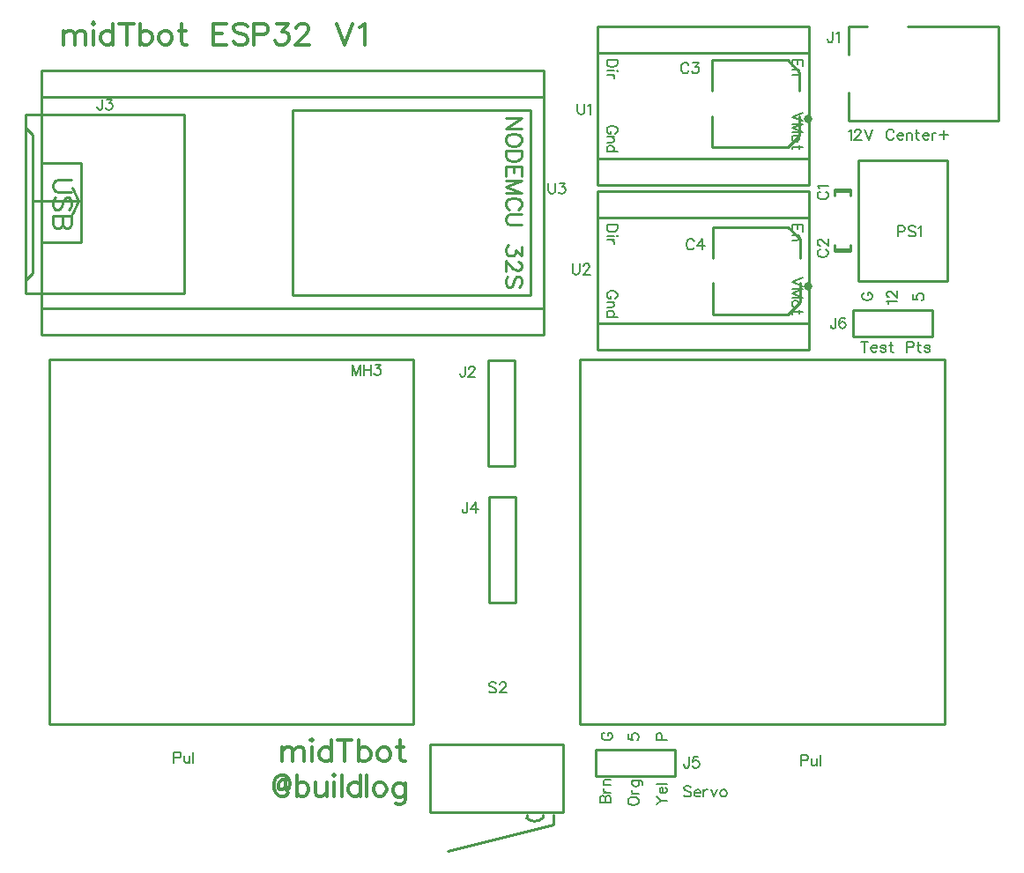
<source format=gbr>
G04 DipTrace 3.3.0.0*
G04 TopSilk.gbr*
%MOIN*%
G04 #@! TF.FileFunction,Legend,Top*
G04 #@! TF.Part,Single*
%ADD10C,0.009843*%
%ADD19C,0.01*%
%ADD23C,0.031499*%
%ADD96C,0.006176*%
%ADD97C,0.012351*%
%ADD99C,0.010807*%
%ADD100C,0.009264*%
%FSLAX26Y26*%
G04*
G70*
G90*
G75*
G01*
G04 TopSilk*
%LPD*%
X3421921Y2743228D2*
D10*
X3484850D1*
X3421921Y2750677D2*
X3484850D1*
X3421921D2*
Y2727118D1*
X3484850Y2750677D2*
Y2727118D1*
Y2524803D2*
X3421921D1*
X3484850Y2517354D2*
X3421921D1*
X3484850D2*
Y2540913D1*
X3421921Y2517354D2*
Y2540913D1*
X3245982Y2910549D2*
X2960738D1*
X3290908Y2955429D2*
X3245982Y2910549D1*
Y3240549D2*
X2960738D1*
X3290908Y3195669D2*
X3245982Y3240549D1*
X3290908Y3028293D2*
Y2955429D1*
Y3195669D2*
Y3122805D1*
X2960738Y3028293D2*
Y2910549D1*
Y3240549D2*
Y3122805D1*
D23*
X3322679Y3016512D3*
X3247554Y2279016D2*
D10*
X2962311D1*
X3292480Y2323896D2*
X3247554Y2279016D1*
Y2609016D2*
X2962311D1*
X3292480Y2564136D2*
X3247554Y2609016D1*
X3292480Y2396760D2*
Y2323896D1*
Y2564136D2*
Y2491272D1*
X2962311Y2396760D2*
Y2279016D1*
Y2609016D2*
Y2491272D1*
D23*
X3324251Y2384979D3*
X3699156Y3366477D2*
D10*
X4043622D1*
Y3012134D1*
X4039687D1*
X4043622D2*
X3476688D1*
Y3118429D1*
Y3260142D2*
Y3366477D1*
X3545616D1*
X3793367Y2194011D2*
X3493405D1*
Y2294016D1*
X3793367D1*
Y2194011D1*
X2820622Y531491D2*
X2520659D1*
Y631496D1*
X2820622D1*
Y531491D1*
X2113386Y1704016D2*
X2213386D1*
X2113386Y2104016D2*
Y1704016D1*
X2213386Y2104016D2*
Y1704016D1*
X2113386Y2104016D2*
X2213386D1*
X2215669Y1585748D2*
X2115669D1*
X2215669Y1185748D2*
Y1585748D1*
X2115669Y1185748D2*
Y1585748D1*
X2215669Y1185748D2*
X2115669D1*
X3849291Y2860394D2*
X3514646D1*
Y2403701D1*
X3849291D1*
Y2860394D1*
X2397953Y394041D2*
X1894016D1*
Y649900D1*
X2397953D1*
Y394041D1*
X2358494Y385166D2*
Y347643D1*
X1958469Y247659D1*
X2321002Y372640D2*
G02X2258463Y372640I-31269J31392D01*
G01*
X2321002D2*
Y385166D1*
X2258463Y372640D2*
Y385166D1*
X3328386Y3369016D2*
X2528386D1*
Y3268996D1*
X3328386D1*
Y3369016D1*
Y2869036D2*
X2528386D1*
Y2769016D1*
X3328386D1*
Y2869036D1*
Y3268996D2*
X2528386D1*
Y2869036D1*
X3328386D1*
Y3268996D1*
Y2744016D2*
X2528386D1*
Y2643996D1*
X3328386D1*
Y2744016D1*
Y2244036D2*
X2528386D1*
Y2144016D1*
X3328386D1*
Y2244036D1*
Y2643996D2*
X2528386D1*
Y2244036D1*
X3328386D1*
Y2643996D1*
X2322756Y3199921D2*
X422756D1*
Y2199921D1*
X2322756D1*
Y3199921D1*
Y3099921D2*
X422756D1*
X2322756Y2299921D2*
X422756D1*
X2272786Y3049921D2*
X1372756D1*
Y2349921D1*
X2272786D1*
Y3049921D1*
X572666Y2849921D2*
X422756D1*
Y2549921D1*
X572666D1*
Y2849921D1*
X363976Y2983762D2*
X388996Y2958787D1*
X363976Y3033780D2*
X963976D1*
Y2358780D1*
X363976D1*
Y3033780D1*
X388996Y2958787D2*
Y2433772D1*
X363976Y2408797D1*
X388996Y2708767D2*
X563956D1*
X538996Y2758785D1*
X563956Y2708767D2*
X538996Y2658750D1*
X2460945Y2106614D2*
D19*
X3838898D1*
Y728661D1*
X2460945D1*
Y2106614D1*
X453071D2*
X1831024D1*
Y728661D1*
X453071D1*
Y2106614D1*
X3368925Y2742273D2*
D96*
X3365122Y2740371D1*
X3361276Y2736525D1*
X3359374Y2732722D1*
Y2725073D1*
X3361276Y2721226D1*
X3365122Y2717423D1*
X3368925Y2715478D1*
X3374673Y2713577D1*
X3384268D1*
X3389972Y2715478D1*
X3393818Y2717423D1*
X3397621Y2721226D1*
X3399566Y2725073D1*
Y2732722D1*
X3397621Y2736525D1*
X3393818Y2740371D1*
X3389972Y2742273D1*
X3367068Y2754624D2*
X3365122Y2758471D1*
X3359419Y2764219D1*
X3399566D1*
X3368925Y2523909D2*
X3365122Y2522008D1*
X3361276Y2518161D1*
X3359374Y2514358D1*
Y2506709D1*
X3361276Y2502862D1*
X3365122Y2499060D1*
X3368925Y2497114D1*
X3374673Y2495213D1*
X3384268D1*
X3389972Y2497114D1*
X3393818Y2499060D1*
X3397621Y2502862D1*
X3399566Y2506709D1*
Y2514358D1*
X3397621Y2518161D1*
X3393818Y2522008D1*
X3389972Y2523909D1*
X3368969Y2538206D2*
X3367068D1*
X3363221Y2540107D1*
X3361320Y2542008D1*
X3359419Y2545855D1*
Y2553504D1*
X3361320Y2557307D1*
X3363221Y2559208D1*
X3367068Y2561154D1*
X3370870D1*
X3374717Y2559208D1*
X3380421Y2555406D1*
X3399566Y2536260D1*
Y2563055D1*
X2871561Y3220865D2*
X2869660Y3224668D1*
X2865813Y3228514D1*
X2862010Y3230416D1*
X2854361D1*
X2850514Y3228514D1*
X2846712Y3224668D1*
X2844766Y3220865D1*
X2842865Y3215117D1*
Y3205522D1*
X2844766Y3199819D1*
X2846712Y3195972D1*
X2850514Y3192169D1*
X2854361Y3190224D1*
X2862010D1*
X2865813Y3192169D1*
X2869660Y3195972D1*
X2871561Y3199819D1*
X2887759Y3230372D2*
X2908762D1*
X2897310Y3215073D1*
X2903058D1*
X2906860Y3213172D1*
X2908762Y3211270D1*
X2910707Y3205522D1*
Y3201720D1*
X2908762Y3195972D1*
X2904959Y3192125D1*
X2899211Y3190224D1*
X2893463D1*
X2887759Y3192125D1*
X2885858Y3194070D1*
X2883912Y3197873D1*
X2892183Y2553083D2*
X2890281Y2556886D1*
X2886435Y2560732D1*
X2882632Y2562634D1*
X2874983D1*
X2871136Y2560732D1*
X2867333Y2556886D1*
X2865388Y2553083D1*
X2863487Y2547335D1*
Y2537740D1*
X2865388Y2532036D1*
X2867333Y2528190D1*
X2871136Y2524387D1*
X2874983Y2522442D1*
X2882632D1*
X2886435Y2524387D1*
X2890281Y2528190D1*
X2892183Y2532036D1*
X2923679Y2522442D2*
Y2562589D1*
X2904534Y2535839D1*
X2933230D1*
X3416581Y3347303D2*
Y3316706D1*
X3414680Y3310958D1*
X3412734Y3309056D1*
X3408932Y3307111D1*
X3405085D1*
X3401283Y3309056D1*
X3399381Y3310958D1*
X3397436Y3316706D1*
Y3320508D1*
X3428933Y3339609D2*
X3432779Y3341555D1*
X3438527Y3347259D1*
Y3307111D1*
X3428130Y2265103D2*
Y2234506D1*
X3426229Y2228758D1*
X3424283Y2226857D1*
X3420481Y2224911D1*
X3416634D1*
X3412831Y2226857D1*
X3410930Y2228758D1*
X3408985Y2234506D1*
Y2238309D1*
X3463429Y2259355D2*
X3461528Y2263158D1*
X3455780Y2265059D1*
X3451977D1*
X3446229Y2263158D1*
X3442383Y2257410D1*
X3440481Y2247859D1*
Y2238309D1*
X3442383Y2230659D1*
X3446229Y2226813D1*
X3451977Y2224911D1*
X3453879D1*
X3459582Y2226813D1*
X3463429Y2230659D1*
X3465330Y2236407D1*
Y2238309D1*
X3463429Y2244057D1*
X3459582Y2247859D1*
X3453879Y2249761D1*
X3451977D1*
X3446229Y2247859D1*
X3442383Y2244057D1*
X3440481Y2238309D1*
X2873118Y602584D2*
Y571986D1*
X2871216Y566238D1*
X2869271Y564337D1*
X2865468Y562392D1*
X2861622D1*
X2857819Y564337D1*
X2855918Y566238D1*
X2853972Y571986D1*
Y575789D1*
X2908417Y602539D2*
X2889316D1*
X2887415Y585340D1*
X2889316Y587241D1*
X2895064Y589186D1*
X2900768D1*
X2906516Y587241D1*
X2910363Y583438D1*
X2912264Y577690D1*
Y573888D1*
X2910363Y568140D1*
X2906516Y564293D1*
X2900768Y562392D1*
X2895064D1*
X2889316Y564293D1*
X2887415Y566238D1*
X2885469Y570041D1*
X2025858Y2081353D2*
Y2050756D1*
X2023957Y2045007D1*
X2022011Y2043106D1*
X2018209Y2041161D1*
X2014362D1*
X2010559Y2043106D1*
X2008658Y2045007D1*
X2006713Y2050756D1*
Y2054558D1*
X2040155Y2071758D2*
Y2073659D1*
X2042056Y2077506D1*
X2043957Y2079407D1*
X2047804Y2081309D1*
X2055453D1*
X2059256Y2079407D1*
X2061157Y2077506D1*
X2063103Y2073659D1*
Y2069857D1*
X2061157Y2066010D1*
X2057355Y2060306D1*
X2038209Y2041161D1*
X2065004D1*
X2034745Y1566836D2*
Y1536238D1*
X2032843Y1530490D1*
X2030898Y1528589D1*
X2027095Y1526644D1*
X2023248D1*
X2019446Y1528589D1*
X2017545Y1530490D1*
X2015599Y1536238D1*
Y1540041D1*
X2066241Y1526644D2*
Y1566791D1*
X2047096Y1540041D1*
X2075792D1*
X1630011Y2047835D2*
Y2088027D1*
X1614712Y2047835D1*
X1599414Y2088027D1*
Y2047835D1*
X1642362Y2088027D2*
Y2047835D1*
X1669157Y2088027D2*
Y2047835D1*
X1642362Y2068882D2*
X1669157D1*
X1685355Y2087983D2*
X1706357D1*
X1694906Y2072684D1*
X1700654D1*
X1704456Y2070783D1*
X1706357Y2068882D1*
X1708303Y2063134D1*
Y2059331D1*
X1706357Y2053583D1*
X1702555Y2049737D1*
X1696807Y2047835D1*
X1691059D1*
X1685355Y2049737D1*
X1683454Y2051682D1*
X1681508Y2055485D1*
X3663022Y2591708D2*
X3680267D1*
X3685970Y2593609D1*
X3687916Y2595554D1*
X3689817Y2599357D1*
Y2605105D1*
X3687916Y2608908D1*
X3685970Y2610853D1*
X3680267Y2612754D1*
X3663022D1*
Y2572562D1*
X3728963Y2607006D2*
X3725161Y2610853D1*
X3719413Y2612754D1*
X3711763D1*
X3706015Y2610853D1*
X3702168Y2607006D1*
Y2603204D1*
X3704114Y2599357D1*
X3706015Y2597456D1*
X3709818Y2595554D1*
X3721314Y2591708D1*
X3725161Y2589806D1*
X3727062Y2587861D1*
X3728963Y2584058D1*
Y2578310D1*
X3725161Y2574508D1*
X3719413Y2572562D1*
X3711763D1*
X3706015Y2574508D1*
X3702168Y2578310D1*
X3741315Y2605061D2*
X3745161Y2607006D1*
X3750909Y2612710D1*
Y2572562D1*
X2143239Y880786D2*
X2139436Y884633D1*
X2133688Y886534D1*
X2126039D1*
X2120291Y884633D1*
X2116444Y880786D1*
Y876983D1*
X2118390Y873137D1*
X2120291Y871235D1*
X2124094Y869334D1*
X2135590Y865487D1*
X2139436Y863586D1*
X2141338Y861640D1*
X2143239Y857838D1*
Y852090D1*
X2139436Y848287D1*
X2133688Y846342D1*
X2126039D1*
X2120291Y848287D1*
X2116444Y852090D1*
X2157536Y876939D2*
Y878840D1*
X2159437Y882687D1*
X2161338Y884588D1*
X2165185Y886490D1*
X2172834D1*
X2176637Y884588D1*
X2178538Y882687D1*
X2180484Y878840D1*
Y875038D1*
X2178538Y871191D1*
X2174736Y865487D1*
X2155590Y846342D1*
X2182385D1*
X2451359Y3074429D2*
Y3045733D1*
X2453261Y3039985D1*
X2457107Y3036182D1*
X2462855Y3034237D1*
X2466658D1*
X2472406Y3036182D1*
X2476253Y3039985D1*
X2478154Y3045733D1*
Y3074429D1*
X2490505Y3066735D2*
X2494352Y3068681D1*
X2500100Y3074385D1*
Y3034237D1*
X2432917Y2469114D2*
Y2440418D1*
X2434818Y2434670D1*
X2438665Y2430867D1*
X2444413Y2428922D1*
X2448215D1*
X2453963Y2430867D1*
X2457810Y2434670D1*
X2459711Y2440418D1*
Y2469114D1*
X2474008Y2459519D2*
Y2461420D1*
X2475910Y2465267D1*
X2477811Y2467168D1*
X2481658Y2469070D1*
X2489307D1*
X2493109Y2467168D1*
X2495011Y2465267D1*
X2496956Y2461420D1*
Y2457618D1*
X2495011Y2453771D1*
X2491208Y2448067D1*
X2472063Y2428922D1*
X2498858D1*
X2340258Y2774799D2*
Y2746103D1*
X2342159Y2740355D1*
X2346006Y2736552D1*
X2351754Y2734607D1*
X2355557D1*
X2361305Y2736552D1*
X2365151Y2740355D1*
X2367053Y2746103D1*
Y2774799D1*
X2383251Y2774755D2*
X2404253D1*
X2392801Y2759456D1*
X2398549D1*
X2402352Y2757555D1*
X2404253Y2755654D1*
X2406199Y2749906D1*
Y2746103D1*
X2404253Y2740355D1*
X2400451Y2736508D1*
X2394703Y2734607D1*
X2388955D1*
X2383251Y2736508D1*
X2381350Y2738454D1*
X2379404Y2742256D1*
X653976Y3092358D2*
Y3061761D1*
X652075Y3056013D1*
X650129Y3054111D1*
X646327Y3052166D1*
X642480D1*
X638677Y3054111D1*
X636776Y3056013D1*
X634831Y3061761D1*
Y3065563D1*
X670174Y3092314D2*
X691177D1*
X679725Y3077015D1*
X685473D1*
X689275Y3075114D1*
X691177Y3073213D1*
X693122Y3067465D1*
Y3063662D1*
X691177Y3057914D1*
X687374Y3054067D1*
X681626Y3052166D1*
X675878D1*
X670174Y3054067D1*
X668273Y3056013D1*
X666327Y3059815D1*
X2552152Y695276D2*
X2548349Y693375D1*
X2544502Y689528D1*
X2542601Y685725D1*
Y678076D1*
X2544502Y674229D1*
X2548349Y670427D1*
X2552152Y668481D1*
X2557900Y666580D1*
X2567494D1*
X2573198Y668481D1*
X2577045Y670427D1*
X2580848Y674229D1*
X2582793Y678076D1*
Y685725D1*
X2580848Y689528D1*
X2577045Y693375D1*
X2573198Y695276D1*
X2567495D1*
Y685725D1*
X2536329Y429431D2*
X2576521D1*
Y446675D1*
X2574576Y452423D1*
X2572675Y454324D1*
X2568872Y456225D1*
X2563124D1*
X2559277Y454324D1*
X2557376Y452423D1*
X2555475Y446675D1*
X2553529Y452423D1*
X2551628Y454324D1*
X2547826Y456225D1*
X2543979D1*
X2540176Y454324D1*
X2538231Y452423D1*
X2536329Y446675D1*
Y429431D1*
X2555475D2*
Y446675D1*
X2549727Y468577D2*
X2576521Y468576D1*
X2561223D2*
X2555475Y470522D1*
X2551628Y474325D1*
X2549727Y478171D1*
Y483919D1*
Y496271D2*
X2576521D1*
X2557376D2*
X2551628Y502019D1*
X2549727Y505865D1*
Y511569D1*
X2551628Y515416D1*
X2557376Y517317D1*
X2576521D1*
X2642591Y432125D2*
X2644492Y428278D1*
X2648339Y424475D1*
X2652141Y422530D1*
X2657889Y420629D1*
X2667484D1*
X2673188Y422530D1*
X2677035Y424475D1*
X2680837Y428278D1*
X2682783Y432125D1*
Y439774D1*
X2680837Y443576D1*
X2677035Y447423D1*
X2673188Y449325D1*
X2667484Y451226D1*
X2657889D1*
X2652141Y449325D1*
X2648339Y447423D1*
X2644492Y443577D1*
X2642591Y439774D1*
Y432125D1*
X2655988Y463577D2*
X2682783D1*
X2667484D2*
X2661736Y465523D1*
X2657889Y469325D1*
X2655988Y473172D1*
Y478920D1*
X2657889Y514219D2*
X2688531D1*
X2694234Y512318D1*
X2696180Y510417D1*
X2698081Y506570D1*
Y500822D1*
X2696180Y497019D1*
X2663637Y514219D2*
X2659835Y510417D1*
X2657889Y506570D1*
Y500822D1*
X2659835Y497019D1*
X2663637Y493173D1*
X2669385Y491271D1*
X2673232D1*
X2678936Y493173D1*
X2682783Y497019D1*
X2684684Y500822D1*
Y506570D1*
X2682783Y510417D1*
X2678936Y514219D1*
X1332777Y639860D2*
D97*
Y586271D1*
Y624562D2*
X1344273Y636058D1*
X1351966Y639860D1*
X1363374D1*
X1371067Y636058D1*
X1374870Y624562D1*
Y586271D1*
Y624562D2*
X1386366Y636058D1*
X1394060Y639860D1*
X1405467D1*
X1413161Y636058D1*
X1417052Y624562D1*
Y586271D1*
X1441755Y666655D2*
X1445557Y662852D1*
X1449448Y666655D1*
X1445557Y670546D1*
X1441755Y666655D1*
X1445557Y639860D2*
Y586271D1*
X1520047Y666655D2*
Y586271D1*
Y628364D2*
X1512442Y636058D1*
X1504748Y639860D1*
X1493252D1*
X1485647Y636058D1*
X1477953Y628364D1*
X1474151Y616868D1*
Y609263D1*
X1477953Y597767D1*
X1485647Y590162D1*
X1493252Y586271D1*
X1504748D1*
X1512442Y590162D1*
X1520047Y597767D1*
X1571544Y666655D2*
Y586271D1*
X1544749Y666655D2*
X1598339D1*
X1623042D2*
Y586271D1*
Y628364D2*
X1630735Y636058D1*
X1638340Y639860D1*
X1649836D1*
X1657441Y636058D1*
X1665135Y628364D1*
X1668937Y616868D1*
Y609263D1*
X1665135Y597767D1*
X1657441Y590162D1*
X1649836Y586271D1*
X1638340D1*
X1630735Y590162D1*
X1623042Y597767D1*
X1712741Y639860D2*
X1705136Y636058D1*
X1697443Y628364D1*
X1693640Y616868D1*
Y609263D1*
X1697443Y597767D1*
X1705136Y590162D1*
X1712741Y586271D1*
X1724237D1*
X1731931Y590162D1*
X1739536Y597767D1*
X1743427Y609263D1*
Y616868D1*
X1739536Y628364D1*
X1731931Y636058D1*
X1724237Y639860D1*
X1712741D1*
X1779626Y666655D2*
Y601569D1*
X1783428Y590162D1*
X1791122Y586271D1*
X1798727D1*
X1768130Y639860D2*
X1794924D1*
X1345391Y515919D2*
X1333895D1*
X1326290Y512117D1*
X1322399Y508314D1*
X1318596Y500621D1*
Y485322D1*
X1322399Y481520D1*
X1330092D1*
X1345391Y485322D1*
X1349194Y477717D1*
X1352996D1*
X1360690Y485322D1*
X1364492Y504423D1*
X1360690Y515919D1*
X1356887Y523613D1*
X1349194Y531218D1*
X1341588Y535020D1*
X1326290D1*
X1318596Y531218D1*
X1310991Y523613D1*
X1307100Y515919D1*
X1303298Y504423D1*
Y485322D1*
X1307100Y473826D1*
X1310991Y466221D1*
X1318596Y458527D1*
X1326290Y454725D1*
X1341588D1*
X1349194Y458527D1*
X1356887Y466221D1*
X1345391Y519722D2*
Y485322D1*
X1389195Y535109D2*
Y454725D1*
Y496818D2*
X1396888Y504512D1*
X1404494Y508314D1*
X1415990D1*
X1423595Y504512D1*
X1431288Y496818D1*
X1435091Y485322D1*
Y477717D1*
X1431288Y466221D1*
X1423595Y458616D1*
X1415990Y454725D1*
X1404494D1*
X1396888Y458616D1*
X1389195Y466221D1*
X1459794Y508314D2*
Y470023D1*
X1463596Y458616D1*
X1471290Y454725D1*
X1482786D1*
X1490391Y458616D1*
X1501887Y470023D1*
Y508314D2*
Y454725D1*
X1526590Y535109D2*
X1530392Y531306D1*
X1534283Y535109D1*
X1530392Y539000D1*
X1526590Y535109D1*
X1530392Y508314D2*
Y454725D1*
X1558986Y535109D2*
Y454725D1*
X1629585Y535109D2*
Y454725D1*
Y496818D2*
X1621979Y504512D1*
X1614286Y508314D1*
X1602790D1*
X1595185Y504512D1*
X1587491Y496818D1*
X1583689Y485322D1*
Y477717D1*
X1587491Y466221D1*
X1595185Y458616D1*
X1602790Y454725D1*
X1614286D1*
X1621979Y458616D1*
X1629585Y466221D1*
X1654287Y535109D2*
Y454725D1*
X1698091Y508314D2*
X1690486Y504512D1*
X1682793Y496818D1*
X1678990Y485322D1*
Y477717D1*
X1682793Y466221D1*
X1690486Y458616D1*
X1698091Y454725D1*
X1709587D1*
X1717281Y458616D1*
X1724886Y466221D1*
X1728777Y477717D1*
Y485322D1*
X1724886Y496818D1*
X1717281Y504512D1*
X1709587Y508314D1*
X1698091D1*
X1799376Y504512D2*
Y443229D1*
X1795573Y431821D1*
X1791770Y427930D1*
X1784077Y424128D1*
X1772581D1*
X1764976Y427930D1*
X1799376Y493016D2*
X1791770Y500621D1*
X1784077Y504512D1*
X1772581D1*
X1764976Y500621D1*
X1757282Y493016D1*
X1753480Y481520D1*
Y473826D1*
X1757282Y462418D1*
X1764976Y454725D1*
X1772581Y450922D1*
X1784077D1*
X1791770Y454725D1*
X1799376Y462418D1*
X3476411Y2970089D2*
D96*
X3480257Y2972034D1*
X3486005Y2977738D1*
Y2937590D1*
X3500302Y2968187D2*
Y2970089D1*
X3502204Y2973935D1*
X3504105Y2975837D1*
X3507952Y2977738D1*
X3515601D1*
X3519404Y2975837D1*
X3521305Y2973935D1*
X3523250Y2970089D1*
Y2966286D1*
X3521305Y2962439D1*
X3517502Y2956735D1*
X3498357Y2937590D1*
X3525152D1*
X3537503Y2977782D2*
X3552802Y2937590D1*
X3568100Y2977782D1*
X3648028Y2968232D2*
X3646127Y2972034D1*
X3642280Y2975881D1*
X3638478Y2977782D1*
X3630828D1*
X3626982Y2975881D1*
X3623179Y2972034D1*
X3621234Y2968232D1*
X3619332Y2962484D1*
Y2952889D1*
X3621234Y2947185D1*
X3623179Y2943338D1*
X3626982Y2939536D1*
X3630828Y2937590D1*
X3638478D1*
X3642280Y2939536D1*
X3646127Y2943338D1*
X3648028Y2947185D1*
X3660380Y2952889D2*
X3683328D1*
Y2956735D1*
X3681426Y2960582D1*
X3679525Y2962484D1*
X3675678Y2964385D1*
X3669930D1*
X3666128Y2962484D1*
X3662281Y2958637D1*
X3660380Y2952889D1*
Y2949086D1*
X3662281Y2943338D1*
X3666128Y2939536D1*
X3669930Y2937590D1*
X3675678D1*
X3679525Y2939536D1*
X3683328Y2943338D1*
X3695679Y2964385D2*
Y2937590D1*
Y2956735D2*
X3701427Y2962484D1*
X3705274Y2964385D1*
X3710978D1*
X3714824Y2962484D1*
X3716726Y2956735D1*
Y2937590D1*
X3734825Y2977782D2*
Y2945239D1*
X3736726Y2939536D1*
X3740573Y2937590D1*
X3744376D1*
X3729077Y2964385D2*
X3742474D1*
X3756727Y2952889D2*
X3779675D1*
Y2956735D1*
X3777774Y2960582D1*
X3775872Y2962484D1*
X3772026Y2964385D1*
X3766278D1*
X3762475Y2962484D1*
X3758628Y2958637D1*
X3756727Y2952889D1*
Y2949086D1*
X3758628Y2943338D1*
X3762475Y2939536D1*
X3766278Y2937590D1*
X3772026D1*
X3775872Y2939536D1*
X3779675Y2943338D1*
X3792026Y2964385D2*
Y2937590D1*
Y2952889D2*
X3793972Y2958637D1*
X3797774Y2962484D1*
X3801621Y2964385D1*
X3807369D1*
X3836920Y2974886D2*
Y2940442D1*
X3819721Y2957642D2*
X3854165D1*
X506468Y3351907D2*
D97*
Y3298318D1*
Y3336609D2*
X517964Y3348105D1*
X525658Y3351907D1*
X537066D1*
X544759Y3348105D1*
X548562Y3336609D1*
Y3298318D1*
Y3336609D2*
X560058Y3348105D1*
X567751Y3351907D1*
X579159D1*
X586852Y3348105D1*
X590743Y3336609D1*
Y3298318D1*
X615446Y3378702D2*
X619249Y3374900D1*
X623140Y3378702D1*
X619249Y3382593D1*
X615446Y3378702D1*
X619249Y3351907D2*
Y3298318D1*
X693738Y3378702D2*
Y3298318D1*
Y3340411D2*
X686133Y3348105D1*
X678440Y3351907D1*
X666944D1*
X659339Y3348105D1*
X651645Y3340411D1*
X647842Y3328915D1*
Y3321310D1*
X651645Y3309814D1*
X659339Y3302209D1*
X666944Y3298318D1*
X678440D1*
X686133Y3302209D1*
X693738Y3309814D1*
X745236Y3378702D2*
Y3298318D1*
X718441Y3378702D2*
X772030D1*
X796733D2*
Y3298318D1*
Y3340411D2*
X804427Y3348105D1*
X812032Y3351907D1*
X823528D1*
X831133Y3348105D1*
X838826Y3340411D1*
X842629Y3328915D1*
Y3321310D1*
X838826Y3309814D1*
X831133Y3302209D1*
X823528Y3298318D1*
X812032D1*
X804427Y3302209D1*
X796733Y3309814D1*
X886433Y3351907D2*
X878828Y3348105D1*
X871134Y3340411D1*
X867332Y3328915D1*
Y3321310D1*
X871134Y3309814D1*
X878828Y3302209D1*
X886433Y3298318D1*
X897929D1*
X905623Y3302209D1*
X913228Y3309814D1*
X917119Y3321310D1*
Y3328915D1*
X913228Y3340411D1*
X905623Y3348105D1*
X897929Y3351907D1*
X886433D1*
X953317Y3378702D2*
Y3313617D1*
X957120Y3302209D1*
X964814Y3298318D1*
X972419D1*
X941821Y3351907D2*
X968616D1*
X1124581Y3378702D2*
X1074883D1*
Y3298318D1*
X1124581D1*
X1074883Y3340411D2*
X1105480D1*
X1202873Y3367206D2*
X1195268Y3374900D1*
X1183772Y3378702D1*
X1168474D1*
X1156978Y3374900D1*
X1149284Y3367206D1*
Y3359601D1*
X1153175Y3351907D1*
X1156978Y3348105D1*
X1164583Y3344302D1*
X1187575Y3336609D1*
X1195268Y3332806D1*
X1199071Y3328915D1*
X1202873Y3321310D1*
Y3309814D1*
X1195268Y3302209D1*
X1183772Y3298318D1*
X1168474D1*
X1156978Y3302209D1*
X1149284Y3309814D1*
X1227576Y3336609D2*
X1262064D1*
X1273472Y3340411D1*
X1277363Y3344302D1*
X1281166Y3351907D1*
Y3363403D1*
X1277363Y3371009D1*
X1273472Y3374900D1*
X1262064Y3378702D1*
X1227576D1*
Y3298318D1*
X1313562Y3378614D2*
X1355567D1*
X1332663Y3348016D1*
X1344159D1*
X1351764Y3344214D1*
X1355567Y3340411D1*
X1359458Y3328915D1*
Y3321310D1*
X1355567Y3309814D1*
X1347962Y3302121D1*
X1336466Y3298318D1*
X1324970D1*
X1313562Y3302121D1*
X1309759Y3306012D1*
X1305868Y3313617D1*
X1388051Y3359512D2*
Y3363315D1*
X1391854Y3371009D1*
X1395657Y3374811D1*
X1403350Y3378614D1*
X1418649D1*
X1426254Y3374811D1*
X1430056Y3371009D1*
X1433947Y3363315D1*
Y3355710D1*
X1430056Y3348016D1*
X1422451Y3336609D1*
X1384161Y3298318D1*
X1437750D1*
X1540214Y3378702D2*
X1570811Y3298318D1*
X1601409Y3378702D1*
X1626111Y3363315D2*
X1633805Y3367206D1*
X1645301Y3378614D1*
Y3298318D1*
X3296674Y590260D2*
D96*
X3313919D1*
X3319622Y592162D1*
X3321568Y594107D1*
X3323469Y597910D1*
Y603658D1*
X3321568Y607460D1*
X3319622Y609406D1*
X3313919Y611307D1*
X3296674D1*
Y571115D1*
X3335821Y597910D2*
Y578764D1*
X3337722Y573061D1*
X3341569Y571115D1*
X3347317D1*
X3351119Y573061D1*
X3356867Y578764D1*
Y597910D2*
Y571115D1*
X3369219Y611307D2*
Y571115D1*
X3536404Y2360040D2*
X3532601Y2358139D1*
X3528754Y2354292D1*
X3526853Y2350489D1*
Y2342840D1*
X3528754Y2338993D1*
X3532601Y2335191D1*
X3536404Y2333245D1*
X3542152Y2331344D1*
X3551746D1*
X3557450Y2333245D1*
X3561297Y2335191D1*
X3565100Y2338993D1*
X3567045Y2342840D1*
Y2350489D1*
X3565100Y2354292D1*
X3561297Y2358138D1*
X3557450Y2360040D1*
X3551747D1*
X3551746Y2350489D1*
X3628296Y2318844D2*
X3626350Y2322691D1*
X3620647Y2328439D1*
X3660794D1*
X3630197Y2342736D2*
X3628296D1*
X3624449Y2344637D1*
X3622548Y2346538D1*
X3620647Y2350385D1*
Y2358034D1*
X3622548Y2361837D1*
X3624449Y2363738D1*
X3628296Y2365683D1*
X3632099D1*
X3635945Y2363738D1*
X3641649Y2359935D1*
X3660794Y2340790D1*
Y2367585D1*
X3720647Y2354292D2*
Y2335191D1*
X3737846Y2333289D1*
X3735945Y2335191D1*
X3734000Y2340939D1*
Y2346642D1*
X3735945Y2352390D1*
X3739748Y2356237D1*
X3745496Y2358138D1*
X3749298D1*
X3755046Y2356237D1*
X3758893Y2352390D1*
X3760794Y2346642D1*
Y2340939D1*
X3758893Y2335191D1*
X3756948Y2333289D1*
X3753145Y2331344D1*
X3535908Y2174447D2*
Y2134255D1*
X3522510Y2174447D2*
X3549305D1*
X3561656Y2149554D2*
X3584604D1*
Y2153401D1*
X3582703Y2157248D1*
X3580802Y2159149D1*
X3576955Y2161050D1*
X3571207D1*
X3567405Y2159149D1*
X3563558Y2155302D1*
X3561656Y2149554D1*
Y2145752D1*
X3563558Y2140004D1*
X3567405Y2136201D1*
X3571207Y2134255D1*
X3576955D1*
X3580802Y2136201D1*
X3584604Y2140004D1*
X3618002Y2155302D2*
X3616101Y2159149D1*
X3610353Y2161050D1*
X3604605D1*
X3598857Y2159149D1*
X3596956Y2155302D1*
X3598857Y2151500D1*
X3602704Y2149554D1*
X3612254Y2147653D1*
X3616101Y2145752D1*
X3618002Y2141905D1*
Y2140004D1*
X3616101Y2136201D1*
X3610353Y2134255D1*
X3604605D1*
X3598857Y2136201D1*
X3596956Y2140004D1*
X3636102Y2174447D2*
Y2141905D1*
X3638003Y2136201D1*
X3641850Y2134255D1*
X3645652D1*
X3630354Y2161050D2*
X3643751D1*
X3696885Y2153401D2*
X3714129D1*
X3719833Y2155302D1*
X3721778Y2157248D1*
X3723679Y2161050D1*
Y2166798D1*
X3721778Y2170601D1*
X3719833Y2172546D1*
X3714129Y2174447D1*
X3696885D1*
Y2134255D1*
X3741779Y2174447D2*
Y2141905D1*
X3743680Y2136201D1*
X3747527Y2134255D1*
X3751329D1*
X3736031Y2161050D2*
X3749428D1*
X3784727Y2155302D2*
X3782826Y2159149D1*
X3777078Y2161050D1*
X3771330D1*
X3765582Y2159149D1*
X3763681Y2155302D1*
X3765582Y2151500D1*
X3769429Y2149554D1*
X3778979Y2147653D1*
X3782826Y2145752D1*
X3784727Y2141905D1*
Y2140004D1*
X3782826Y2136201D1*
X3777078Y2134255D1*
X3771330D1*
X3765582Y2136201D1*
X3763681Y2140004D1*
X2880556Y487449D2*
X2876753Y491296D1*
X2871005Y493197D1*
X2863356D1*
X2857608Y491296D1*
X2853761Y487449D1*
Y483646D1*
X2855707Y479799D1*
X2857608Y477898D1*
X2861410Y475997D1*
X2872906Y472150D1*
X2876753Y470249D1*
X2878654Y468303D1*
X2880556Y464501D1*
Y458753D1*
X2876753Y454950D1*
X2871005Y453005D1*
X2863356D1*
X2857608Y454950D1*
X2853761Y458753D1*
X2892907Y468303D2*
X2915855D1*
Y472150D1*
X2913954Y475997D1*
X2912053Y477898D1*
X2908206Y479799D1*
X2902458D1*
X2898655Y477898D1*
X2894808Y474051D1*
X2892907Y468303D1*
Y464501D1*
X2894808Y458753D1*
X2898655Y454950D1*
X2902458Y453005D1*
X2908206D1*
X2912053Y454950D1*
X2915855Y458753D1*
X2928206Y479799D2*
Y453005D1*
Y468303D2*
X2930152Y474051D1*
X2933954Y477898D1*
X2937801Y479799D1*
X2943549D1*
X2955901D2*
X2967397Y453005D1*
X2978849Y479799D1*
X3000751D2*
X2996948Y477898D1*
X2993101Y474051D1*
X2991200Y468303D1*
Y464501D1*
X2993101Y458753D1*
X2996948Y454950D1*
X3000751Y453005D1*
X3006499D1*
X3010345Y454950D1*
X3014148Y458753D1*
X3016093Y464501D1*
Y468303D1*
X3014148Y474051D1*
X3010345Y477898D1*
X3006499Y479799D1*
X3000751D1*
X2642645Y689528D2*
Y670427D1*
X2659845Y668526D1*
X2657944Y670427D1*
X2655998Y676175D1*
Y681879D1*
X2657944Y687627D1*
X2661747Y691473D1*
X2667495Y693375D1*
X2671297D1*
X2677045Y691473D1*
X2680892Y687627D1*
X2682793Y681879D1*
Y676175D1*
X2680892Y670427D1*
X2678946Y668526D1*
X2675144Y666580D1*
X2769897D2*
Y683824D1*
X2767996Y689528D1*
X2766050Y691473D1*
X2762248Y693375D1*
X2756500D1*
X2752697Y691473D1*
X2750752Y689528D1*
X2748850Y683824D1*
Y666580D1*
X2789042D1*
X2748850Y422831D2*
X2767996Y438129D1*
X2789042D1*
X2748850Y453428D2*
X2767996Y438129D1*
X2773744Y465779D2*
Y488727D1*
X2769897D1*
X2766050Y486826D1*
X2764149Y484925D1*
X2762248Y481078D1*
Y475330D1*
X2764149Y471527D1*
X2767996Y467681D1*
X2773744Y465779D1*
X2777546D1*
X2783294Y467681D1*
X2787097Y471527D1*
X2789042Y475330D1*
Y481078D1*
X2787097Y484925D1*
X2783294Y488727D1*
X2748850Y501079D2*
X2789042D1*
X924627Y600103D2*
X941871D1*
X947575Y602004D1*
X949521Y603950D1*
X951422Y607752D1*
Y613500D1*
X949521Y617303D1*
X947575Y619248D1*
X941871Y621150D1*
X924627D1*
Y580958D1*
X963773Y607752D2*
Y588607D1*
X965675Y582903D1*
X969521Y580958D1*
X975269D1*
X979072Y582903D1*
X984820Y588607D1*
Y607752D2*
Y580958D1*
X997171Y621150D2*
Y580958D1*
X3302339Y3040908D2*
X3262147Y3025609D1*
X3302339Y3010311D1*
X3262147Y2967362D2*
X3302339D1*
X3262147Y2982661D1*
X3302339Y2997959D1*
X3262147D1*
X3288941Y2945460D2*
X3287040Y2949263D1*
X3283193Y2953109D1*
X3277445Y2955011D1*
X3273643D1*
X3267895Y2953109D1*
X3264092Y2949263D1*
X3262147Y2945460D1*
Y2939712D1*
X3264092Y2935865D1*
X3267895Y2932063D1*
X3273643Y2930117D1*
X3277445D1*
X3283193Y2932063D1*
X3287040Y2935865D1*
X3288941Y2939712D1*
Y2945460D1*
X3302339Y2912018D2*
X3269796D1*
X3264092Y2910117D1*
X3262147Y2906270D1*
Y2902467D1*
X3288941Y2917766D2*
X3288942Y2904369D1*
X2592788Y2962232D2*
X2596591Y2964133D1*
X2600438Y2967980D1*
X2602339Y2971782D1*
Y2979432D1*
X2600438Y2983278D1*
X2596591Y2987081D1*
X2592788Y2989026D1*
X2587040Y2990928D1*
X2577445D1*
X2571742Y2989026D1*
X2567895Y2987081D1*
X2564092Y2983278D1*
X2562147Y2979432D1*
Y2971782D1*
X2564092Y2967980D1*
X2567895Y2964133D1*
X2571742Y2962232D1*
X2577445D1*
Y2971782D1*
X2588941Y2949880D2*
X2562147Y2949881D1*
X2581292D2*
X2587040Y2944132D1*
X2588941Y2940286D1*
Y2934582D1*
X2587040Y2930735D1*
X2581292Y2928834D1*
X2562147D1*
X2602339Y2893535D2*
X2562147D1*
X2583193D2*
X2587040Y2897337D1*
X2588941Y2901184D1*
Y2906932D1*
X2587040Y2910734D1*
X2583193Y2914581D1*
X2577445Y2916483D1*
X2573643D1*
X2567895Y2914581D1*
X2564092Y2910734D1*
X2562147Y2906932D1*
Y2901184D1*
X2564092Y2897337D1*
X2567895Y2893535D1*
X3302339Y3216099D2*
Y3240948D1*
X3262147D1*
Y3216099D1*
X3283194Y3240948D2*
X3283193Y3225649D1*
X3288941Y3203747D2*
X3262147D1*
X3281292D2*
X3287040Y3197999D1*
X3288941Y3194152D1*
Y3188449D1*
X3287040Y3184602D1*
X3281292Y3182701D1*
X3262147D1*
X2602339Y3240948D2*
X2562147D1*
Y3227550D1*
X2564092Y3221802D1*
X2567895Y3217956D1*
X2571742Y3216054D1*
X2577445Y3214153D1*
X2587040D1*
X2592788Y3216054D1*
X2596591Y3217956D1*
X2600438Y3221802D1*
X2602339Y3227550D1*
Y3240948D1*
Y3201802D2*
X2600438Y3199900D1*
X2602339Y3197955D1*
X2604284Y3199900D1*
X2602339Y3201802D1*
X2588941Y3199900D2*
X2562147Y3199901D1*
X2588941Y3185604D2*
X2562147D1*
X2577445D2*
X2583193Y3183658D1*
X2587040Y3179856D1*
X2588941Y3176009D1*
Y3170261D1*
X3302339Y2415908D2*
X3262147Y2400609D1*
X3302339Y2385311D1*
X3262147Y2342362D2*
X3302339D1*
X3262147Y2357661D1*
X3302339Y2372959D1*
X3262147D1*
X3288941Y2320460D2*
X3287040Y2324263D1*
X3283193Y2328109D1*
X3277445Y2330011D1*
X3273643D1*
X3267895Y2328109D1*
X3264092Y2324263D1*
X3262147Y2320460D1*
Y2314712D1*
X3264092Y2310865D1*
X3267895Y2307063D1*
X3273643Y2305117D1*
X3277445D1*
X3283193Y2307063D1*
X3287040Y2310865D1*
X3288941Y2314712D1*
Y2320460D1*
X3302339Y2287018D2*
X3269796D1*
X3264092Y2285117D1*
X3262147Y2281270D1*
Y2277467D1*
X3288941Y2292766D2*
X3288942Y2279369D1*
X2592788Y2337232D2*
X2596591Y2339133D1*
X2600438Y2342980D1*
X2602339Y2346782D1*
Y2354432D1*
X2600438Y2358278D1*
X2596591Y2362081D1*
X2592788Y2364026D1*
X2587040Y2365928D1*
X2577445D1*
X2571742Y2364026D1*
X2567895Y2362081D1*
X2564092Y2358278D1*
X2562147Y2354432D1*
Y2346782D1*
X2564092Y2342980D1*
X2567895Y2339133D1*
X2571742Y2337232D1*
X2577445D1*
Y2346782D1*
X2588941Y2324880D2*
X2562147Y2324881D1*
X2581292D2*
X2587040Y2319132D1*
X2588941Y2315286D1*
Y2309582D1*
X2587040Y2305735D1*
X2581292Y2303834D1*
X2562147D1*
X2602339Y2268535D2*
X2562147D1*
X2583193D2*
X2587040Y2272337D1*
X2588941Y2276184D1*
Y2281932D1*
X2587040Y2285734D1*
X2583193Y2289581D1*
X2577445Y2291483D1*
X2573643D1*
X2567895Y2289581D1*
X2564092Y2285734D1*
X2562147Y2281932D1*
Y2276184D1*
X2564092Y2272337D1*
X2567895Y2268535D1*
X3302339Y2591099D2*
Y2615948D1*
X3262147D1*
Y2591099D1*
X3283194Y2615948D2*
X3283193Y2600649D1*
X3288941Y2578747D2*
X3262147D1*
X3281292D2*
X3287040Y2572999D1*
X3288941Y2569152D1*
Y2563449D1*
X3287040Y2559602D1*
X3281292Y2557701D1*
X3262147D1*
X2602339Y2615948D2*
X2562147D1*
Y2602550D1*
X2564092Y2596802D1*
X2567895Y2592956D1*
X2571742Y2591054D1*
X2577445Y2589153D1*
X2587040D1*
X2592788Y2591054D1*
X2596591Y2592956D1*
X2600438Y2596802D1*
X2602339Y2602550D1*
Y2615948D1*
Y2576802D2*
X2600438Y2574900D1*
X2602339Y2572955D1*
X2604284Y2574900D1*
X2602339Y2576802D1*
X2588941Y2574900D2*
X2562147Y2574901D1*
X2588941Y2560604D2*
X2562147D1*
X2577445D2*
X2583193Y2558658D1*
X2587040Y2554856D1*
X2588941Y2551009D1*
Y2545261D1*
X536574Y2788117D2*
D99*
X486356D1*
X476297Y2784790D1*
X469642Y2778058D1*
X466238Y2767999D1*
Y2761345D1*
X469642Y2751286D1*
X476297Y2744554D1*
X486356Y2741227D1*
X536574D1*
X526515Y2672721D2*
X533246Y2679376D1*
X536574Y2689435D1*
Y2702821D1*
X533246Y2712880D1*
X526515Y2719612D1*
X519860D1*
X513128Y2716207D1*
X509801Y2712880D1*
X506474Y2706226D1*
X499742Y2686107D1*
X496415Y2679376D1*
X493010Y2676048D1*
X486356Y2672721D1*
X476297D1*
X469642Y2679376D1*
X466238Y2689435D1*
Y2702821D1*
X469642Y2712880D1*
X476297Y2719612D1*
X536574Y2651106D2*
X466238D1*
Y2620929D1*
X469642Y2610870D1*
X472970Y2607543D1*
X479624Y2604216D1*
X489683D1*
X496415Y2607543D1*
X499742Y2610870D1*
X503069Y2620929D1*
X506474Y2610870D1*
X509801Y2607543D1*
X516456Y2604216D1*
X523187D1*
X529842Y2607543D1*
X533246Y2610870D1*
X536574Y2620929D1*
Y2651106D1*
X503069D2*
Y2620929D1*
X2239895Y2980097D2*
D100*
X2179607D1*
X2239895Y3020289D1*
X2179607D1*
X2239895Y2944326D2*
X2237044Y2950096D1*
X2231273Y2955800D1*
X2225570Y2958718D1*
X2216948Y2961570D1*
X2202555D1*
X2194000Y2958718D1*
X2188229Y2955800D1*
X2182526Y2950096D1*
X2179607Y2944326D1*
Y2932852D1*
X2182526Y2927149D1*
X2188229Y2921378D1*
X2194000Y2918526D1*
X2202555Y2915675D1*
X2216948D1*
X2225570Y2918526D1*
X2231273Y2921378D1*
X2237044Y2927148D1*
X2239895Y2932852D1*
Y2944326D1*
Y2897147D2*
X2179607D1*
Y2877051D1*
X2182526Y2868429D1*
X2188229Y2862659D1*
X2194000Y2859807D1*
X2202555Y2856955D1*
X2216948D1*
X2225570Y2859807D1*
X2231273Y2862659D1*
X2237044Y2868429D1*
X2239895Y2877051D1*
Y2897147D1*
Y2801155D2*
Y2838428D1*
X2179607D1*
Y2801155D1*
X2211177Y2838428D2*
Y2815480D1*
X2179607Y2736732D2*
X2239895D1*
X2179607Y2759680D1*
X2239895Y2782627D1*
X2179607D1*
X2225570Y2675161D2*
X2231273Y2678013D1*
X2237044Y2683783D1*
X2239895Y2689487D1*
Y2700960D1*
X2237044Y2706731D1*
X2231273Y2712434D1*
X2225570Y2715353D1*
X2216948Y2718205D1*
X2202555D1*
X2194000Y2715353D1*
X2188230Y2712434D1*
X2182526Y2706731D1*
X2179607Y2700960D1*
Y2689487D1*
X2182526Y2683783D1*
X2188230Y2678013D1*
X2194000Y2675161D1*
X2239895Y2656634D2*
X2196852D1*
X2188230Y2653782D1*
X2182526Y2648012D1*
X2179607Y2639389D1*
Y2633686D1*
X2182526Y2625064D1*
X2188230Y2619293D1*
X2196852Y2616442D1*
X2239895D1*
X2239829Y2533823D2*
Y2502320D1*
X2216881Y2519497D1*
Y2510875D1*
X2214029Y2505171D1*
X2211177Y2502320D1*
X2202555Y2499401D1*
X2196852D1*
X2188230Y2502320D1*
X2182459Y2508023D1*
X2179607Y2516645D1*
Y2525267D1*
X2182459Y2533823D1*
X2185378Y2536675D1*
X2191081Y2539593D1*
X2225503Y2477956D2*
X2228355D1*
X2234125Y2475104D1*
X2236977Y2472252D1*
X2239829Y2466482D1*
Y2455008D1*
X2236977Y2449304D1*
X2234125Y2446452D1*
X2228355Y2443534D1*
X2222651D1*
X2216881Y2446452D1*
X2208326Y2452156D1*
X2179607Y2480874D1*
Y2440682D1*
X2231273Y2381963D2*
X2237044Y2387667D1*
X2239895Y2396289D1*
Y2407763D1*
X2237044Y2416385D1*
X2231273Y2422155D1*
X2225570D1*
X2219799Y2419237D1*
X2216948Y2416385D1*
X2214096Y2410681D1*
X2208326Y2393437D1*
X2205474Y2387667D1*
X2202555Y2384815D1*
X2196852Y2381963D1*
X2188230D1*
X2182526Y2387667D1*
X2179607Y2396289D1*
Y2407763D1*
X2182526Y2416385D1*
X2188230Y2422155D1*
M02*

</source>
